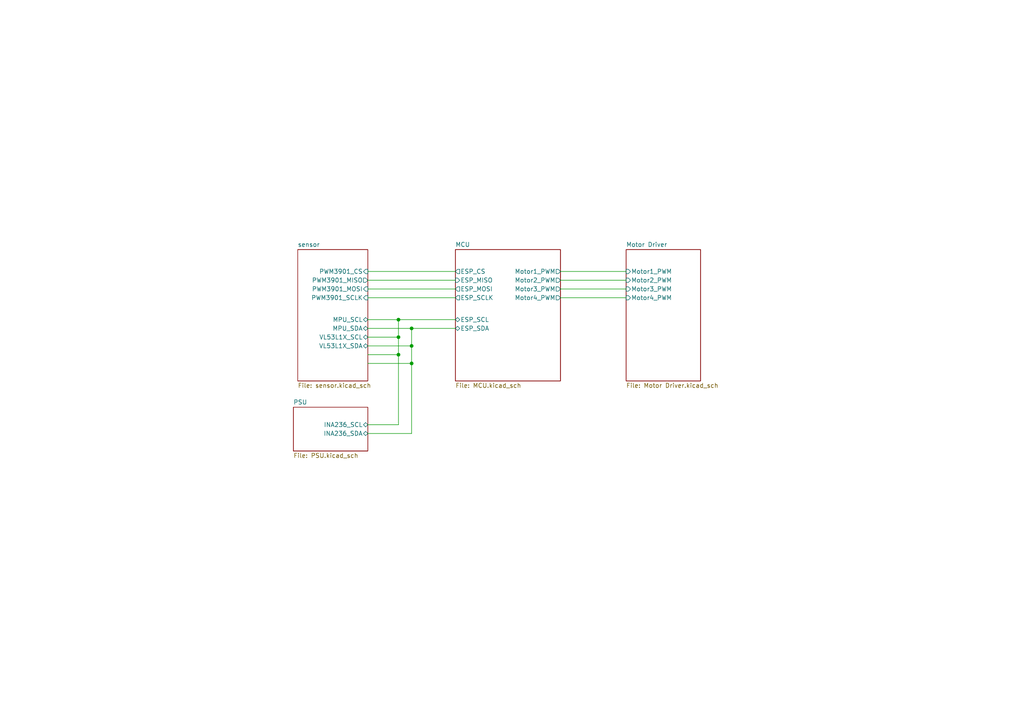
<source format=kicad_sch>
(kicad_sch
	(version 20250114)
	(generator "eeschema")
	(generator_version "9.0")
	(uuid "26327867-460c-43fd-8161-2610019aa08d")
	(paper "A4")
	(title_block
		(title "Main page")
		(comment 1 "Anawach A.")
	)
	(lib_symbols)
	(junction
		(at 115.57 97.79)
		(diameter 0)
		(color 0 0 0 0)
		(uuid "02281773-d250-4cfd-92ae-878830b5d8b1")
	)
	(junction
		(at 119.38 100.33)
		(diameter 0)
		(color 0 0 0 0)
		(uuid "5433a731-976d-4e3f-ae5d-701ee85625c1")
	)
	(junction
		(at 115.57 102.87)
		(diameter 0)
		(color 0 0 0 0)
		(uuid "a8a410c3-e735-4c42-a0ee-4fc475fa2e12")
	)
	(junction
		(at 119.38 95.25)
		(diameter 0)
		(color 0 0 0 0)
		(uuid "d29a73fe-b3c8-4819-bc00-b5eccdf775bd")
	)
	(junction
		(at 115.57 92.71)
		(diameter 0)
		(color 0 0 0 0)
		(uuid "e849e727-c759-43b9-926b-7c34469ebedd")
	)
	(junction
		(at 119.38 105.41)
		(diameter 0)
		(color 0 0 0 0)
		(uuid "fd044fe9-f206-4f95-afaa-498d691829b4")
	)
	(wire
		(pts
			(xy 115.57 123.19) (xy 115.57 102.87)
		)
		(stroke
			(width 0)
			(type default)
		)
		(uuid "4c463225-69d9-4c54-9815-12e3a60f0152")
	)
	(wire
		(pts
			(xy 106.68 123.19) (xy 115.57 123.19)
		)
		(stroke
			(width 0)
			(type default)
		)
		(uuid "53abe3b8-6a68-4204-807f-8e5f455d3b70")
	)
	(wire
		(pts
			(xy 106.68 92.71) (xy 115.57 92.71)
		)
		(stroke
			(width 0)
			(type default)
		)
		(uuid "56f82f76-a31c-488a-8b4a-01941e33ffb1")
	)
	(wire
		(pts
			(xy 162.56 78.74) (xy 181.61 78.74)
		)
		(stroke
			(width 0)
			(type default)
		)
		(uuid "5b3c5baf-a3ff-495e-972e-d10e64a13862")
	)
	(wire
		(pts
			(xy 115.57 92.71) (xy 132.08 92.71)
		)
		(stroke
			(width 0)
			(type default)
		)
		(uuid "66adcd59-8482-48b8-9166-057ae92f8c7d")
	)
	(wire
		(pts
			(xy 106.68 81.28) (xy 132.08 81.28)
		)
		(stroke
			(width 0)
			(type default)
		)
		(uuid "7203886e-fb13-46e3-8fec-9545a7040351")
	)
	(wire
		(pts
			(xy 106.68 105.41) (xy 119.38 105.41)
		)
		(stroke
			(width 0)
			(type default)
		)
		(uuid "7513c188-117e-4b7d-b764-7f3831d9bf77")
	)
	(wire
		(pts
			(xy 119.38 95.25) (xy 119.38 100.33)
		)
		(stroke
			(width 0)
			(type default)
		)
		(uuid "7c08cc5e-d70f-4965-a65b-9c44f6296f82")
	)
	(wire
		(pts
			(xy 115.57 97.79) (xy 115.57 92.71)
		)
		(stroke
			(width 0)
			(type default)
		)
		(uuid "82075dfb-5f5a-4475-b9a4-700b882c9b3c")
	)
	(wire
		(pts
			(xy 106.68 83.82) (xy 132.08 83.82)
		)
		(stroke
			(width 0)
			(type default)
		)
		(uuid "8c217ad3-c722-4039-a8bf-3819be3566dd")
	)
	(wire
		(pts
			(xy 115.57 102.87) (xy 115.57 97.79)
		)
		(stroke
			(width 0)
			(type default)
		)
		(uuid "a50aceb2-1f1e-4558-920b-96f944153546")
	)
	(wire
		(pts
			(xy 106.68 125.73) (xy 119.38 125.73)
		)
		(stroke
			(width 0)
			(type default)
		)
		(uuid "b316e191-0fd8-4ee3-9926-d55ba7967cc9")
	)
	(wire
		(pts
			(xy 106.68 78.74) (xy 132.08 78.74)
		)
		(stroke
			(width 0)
			(type default)
		)
		(uuid "b5c02682-52a8-448e-aa17-6fb488a1c5f5")
	)
	(wire
		(pts
			(xy 119.38 95.25) (xy 132.08 95.25)
		)
		(stroke
			(width 0)
			(type default)
		)
		(uuid "bc6c0f7c-6313-4e77-aa26-20e8693f2a34")
	)
	(wire
		(pts
			(xy 106.68 86.36) (xy 132.08 86.36)
		)
		(stroke
			(width 0)
			(type default)
		)
		(uuid "c0473e07-85fe-4a0c-9d49-3bc5503ba16a")
	)
	(wire
		(pts
			(xy 119.38 100.33) (xy 119.38 105.41)
		)
		(stroke
			(width 0)
			(type default)
		)
		(uuid "caabd4b4-df20-42c4-83bd-ddc141d44af2")
	)
	(wire
		(pts
			(xy 106.68 102.87) (xy 115.57 102.87)
		)
		(stroke
			(width 0)
			(type default)
		)
		(uuid "cbf273f7-28a1-41fc-a394-307dc1e2c5af")
	)
	(wire
		(pts
			(xy 162.56 86.36) (xy 181.61 86.36)
		)
		(stroke
			(width 0)
			(type default)
		)
		(uuid "ce5ef0d3-53f2-41af-b396-998cb802a104")
	)
	(wire
		(pts
			(xy 119.38 125.73) (xy 119.38 105.41)
		)
		(stroke
			(width 0)
			(type default)
		)
		(uuid "d8a97bae-0a3b-4e68-8a18-200253f81676")
	)
	(wire
		(pts
			(xy 162.56 81.28) (xy 181.61 81.28)
		)
		(stroke
			(width 0)
			(type default)
		)
		(uuid "df2fff38-76bb-4432-a8d9-4a6981fde891")
	)
	(wire
		(pts
			(xy 162.56 83.82) (xy 181.61 83.82)
		)
		(stroke
			(width 0)
			(type default)
		)
		(uuid "e57e6109-d09c-415e-86e5-b563ab9f0614")
	)
	(wire
		(pts
			(xy 106.68 100.33) (xy 119.38 100.33)
		)
		(stroke
			(width 0)
			(type default)
		)
		(uuid "e80c5b51-eb06-42d8-889b-044e34f4261a")
	)
	(wire
		(pts
			(xy 106.68 95.25) (xy 119.38 95.25)
		)
		(stroke
			(width 0)
			(type default)
		)
		(uuid "ebbc0f9b-cf1b-413c-951b-a30636655081")
	)
	(wire
		(pts
			(xy 106.68 97.79) (xy 115.57 97.79)
		)
		(stroke
			(width 0)
			(type default)
		)
		(uuid "f8782145-bcc4-48f6-bcad-5f563ad3d0a2")
	)
	(sheet
		(at 85.09 118.11)
		(size 21.59 12.7)
		(exclude_from_sim no)
		(in_bom yes)
		(on_board yes)
		(dnp no)
		(fields_autoplaced yes)
		(stroke
			(width 0.1524)
			(type solid)
		)
		(fill
			(color 0 0 0 0.0000)
		)
		(uuid "0ee961ee-28a5-435d-8f7d-51c598dffbc0")
		(property "Sheetname" "PSU"
			(at 85.09 117.3984 0)
			(effects
				(font
					(size 1.27 1.27)
				)
				(justify left bottom)
			)
		)
		(property "Sheetfile" "PSU.kicad_sch"
			(at 85.09 131.3946 0)
			(effects
				(font
					(size 1.27 1.27)
				)
				(justify left top)
			)
		)
		(pin "INA236_SCL" bidirectional
			(at 106.68 123.19 0)
			(uuid "84ec3b0c-59ec-457d-99b2-d74cc361af77")
			(effects
				(font
					(size 1.27 1.27)
				)
				(justify right)
			)
		)
		(pin "INA236_SDA" bidirectional
			(at 106.68 125.73 0)
			(uuid "00b7b1b4-58c7-40ea-ace5-b15c1224f94f")
			(effects
				(font
					(size 1.27 1.27)
				)
				(justify right)
			)
		)
		(instances
			(project "Mini_drone_PCB"
				(path "/26327867-460c-43fd-8161-2610019aa08d"
					(page "4")
				)
			)
		)
	)
	(sheet
		(at 181.61 72.39)
		(size 21.59 38.1)
		(exclude_from_sim no)
		(in_bom yes)
		(on_board yes)
		(dnp no)
		(fields_autoplaced yes)
		(stroke
			(width 0.1524)
			(type solid)
		)
		(fill
			(color 0 0 0 0.0000)
		)
		(uuid "39ab1f29-c3a7-4da4-8640-c680c11cfffc")
		(property "Sheetname" "Motor Driver"
			(at 181.61 71.6784 0)
			(effects
				(font
					(size 1.27 1.27)
				)
				(justify left bottom)
			)
		)
		(property "Sheetfile" "Motor Driver.kicad_sch"
			(at 181.61 111.0746 0)
			(effects
				(font
					(size 1.27 1.27)
				)
				(justify left top)
			)
		)
		(pin "Motor1_PWM" input
			(at 181.61 78.74 180)
			(uuid "7cbbf9a7-ca57-4de8-9087-2aa901cf1ec0")
			(effects
				(font
					(size 1.27 1.27)
				)
				(justify left)
			)
		)
		(pin "Motor2_PWM" input
			(at 181.61 81.28 180)
			(uuid "eb060a36-9b72-485c-9c37-b78a8676409d")
			(effects
				(font
					(size 1.27 1.27)
				)
				(justify left)
			)
		)
		(pin "Motor3_PWM" input
			(at 181.61 83.82 180)
			(uuid "bc4da9b7-309d-462c-82b6-bab4050113d4")
			(effects
				(font
					(size 1.27 1.27)
				)
				(justify left)
			)
		)
		(pin "Motor4_PWM" input
			(at 181.61 86.36 180)
			(uuid "32750275-c306-4534-9469-33a766eb9d80")
			(effects
				(font
					(size 1.27 1.27)
				)
				(justify left)
			)
		)
		(instances
			(project "Mini_drone_PCB"
				(path "/26327867-460c-43fd-8161-2610019aa08d"
					(page "5")
				)
			)
		)
	)
	(sheet
		(at 86.36 72.39)
		(size 20.32 38.1)
		(exclude_from_sim no)
		(in_bom yes)
		(on_board yes)
		(dnp no)
		(fields_autoplaced yes)
		(stroke
			(width 0.1524)
			(type solid)
		)
		(fill
			(color 0 0 0 0.0000)
		)
		(uuid "aeeca1ae-0b74-44b8-908d-f37883c2c39e")
		(property "Sheetname" "sensor"
			(at 86.36 71.6784 0)
			(effects
				(font
					(size 1.27 1.27)
				)
				(justify left bottom)
			)
		)
		(property "Sheetfile" "sensor.kicad_sch"
			(at 86.36 111.0746 0)
			(effects
				(font
					(size 1.27 1.27)
				)
				(justify left top)
			)
		)
		(pin "MPU_SCL" bidirectional
			(at 106.68 92.71 0)
			(uuid "d2bb67c0-6e4e-4d42-a62e-bf56b48358b9")
			(effects
				(font
					(size 1.27 1.27)
				)
				(justify right)
			)
		)
		(pin "MPU_SDA" bidirectional
			(at 106.68 95.25 0)
			(uuid "ceba9f4d-0b2c-4ab1-bad5-e28b226d578b")
			(effects
				(font
					(size 1.27 1.27)
				)
				(justify right)
			)
		)
		(pin "PWM3901_CS" input
			(at 106.68 78.74 0)
			(uuid "14804799-3fdd-467e-b4d2-3502ffcba360")
			(effects
				(font
					(size 1.27 1.27)
				)
				(justify right)
			)
		)
		(pin "PWM3901_MISO" output
			(at 106.68 81.28 0)
			(uuid "76706ba6-0a7e-4c22-bd47-aa08d33d6e11")
			(effects
				(font
					(size 1.27 1.27)
				)
				(justify right)
			)
		)
		(pin "PWM3901_MOSI" input
			(at 106.68 83.82 0)
			(uuid "9696a8b7-9ea1-46e6-9652-c1037372da4d")
			(effects
				(font
					(size 1.27 1.27)
				)
				(justify right)
			)
		)
		(pin "PWM3901_SCLK" input
			(at 106.68 86.36 0)
			(uuid "91969be7-17ed-4602-9f17-7115e833c0fb")
			(effects
				(font
					(size 1.27 1.27)
				)
				(justify right)
			)
		)
		(pin "VL53L1X_SCL" bidirectional
			(at 106.68 97.79 0)
			(uuid "f04224b3-92ea-4520-bc57-2fc4f5a85467")
			(effects
				(font
					(size 1.27 1.27)
				)
				(justify right)
			)
		)
		(pin "VL53L1X_SDA" bidirectional
			(at 106.68 100.33 0)
			(uuid "ea6cf63f-6eb0-455a-97aa-6e396d582078")
			(effects
				(font
					(size 1.27 1.27)
				)
				(justify right)
			)
		)
		(instances
			(project "Mini_drone_PCB"
				(path "/26327867-460c-43fd-8161-2610019aa08d"
					(page "3")
				)
			)
		)
	)
	(sheet
		(at 132.08 72.39)
		(size 30.48 38.1)
		(exclude_from_sim no)
		(in_bom yes)
		(on_board yes)
		(dnp no)
		(fields_autoplaced yes)
		(stroke
			(width 0.1524)
			(type solid)
		)
		(fill
			(color 0 0 0 0.0000)
		)
		(uuid "f734db89-bbc4-46d7-86fc-4d9459044668")
		(property "Sheetname" "MCU"
			(at 132.08 71.6784 0)
			(effects
				(font
					(size 1.27 1.27)
				)
				(justify left bottom)
			)
		)
		(property "Sheetfile" "MCU.kicad_sch"
			(at 132.08 111.0746 0)
			(effects
				(font
					(size 1.27 1.27)
				)
				(justify left top)
			)
		)
		(pin "ESP_SCL" bidirectional
			(at 132.08 92.71 180)
			(uuid "593dadcf-2586-42d9-b3af-c929c0880d40")
			(effects
				(font
					(size 1.27 1.27)
				)
				(justify left)
			)
		)
		(pin "ESP_SDA" bidirectional
			(at 132.08 95.25 180)
			(uuid "e483d72e-d797-43a5-aa03-3065490464fa")
			(effects
				(font
					(size 1.27 1.27)
				)
				(justify left)
			)
		)
		(pin "ESP_MOSI" output
			(at 132.08 83.82 180)
			(uuid "458b0eb2-4394-4b0b-9d0b-71f21c11a03b")
			(effects
				(font
					(size 1.27 1.27)
				)
				(justify left)
			)
		)
		(pin "ESP_SCLK" output
			(at 132.08 86.36 180)
			(uuid "42d42f4a-72c3-4f48-96b9-1713371cf245")
			(effects
				(font
					(size 1.27 1.27)
				)
				(justify left)
			)
		)
		(pin "ESP_CS" output
			(at 132.08 78.74 180)
			(uuid "27da43ad-fe6a-4860-bb48-473df91cb305")
			(effects
				(font
					(size 1.27 1.27)
				)
				(justify left)
			)
		)
		(pin "ESP_MISO" input
			(at 132.08 81.28 180)
			(uuid "ccc08634-d716-4782-8da9-340b5a3db95a")
			(effects
				(font
					(size 1.27 1.27)
				)
				(justify left)
			)
		)
		(pin "Motor1_PWM" output
			(at 162.56 78.74 0)
			(uuid "9a49105c-ade1-494c-a3b7-d544ca527b8b")
			(effects
				(font
					(size 1.27 1.27)
				)
				(justify right)
			)
		)
		(pin "Motor2_PWM" output
			(at 162.56 81.28 0)
			(uuid "3797e414-5d63-4a7e-9d7e-289182eac96a")
			(effects
				(font
					(size 1.27 1.27)
				)
				(justify right)
			)
		)
		(pin "Motor3_PWM" output
			(at 162.56 83.82 0)
			(uuid "c4d77230-f03e-44bb-aca0-edb5bf14084e")
			(effects
				(font
					(size 1.27 1.27)
				)
				(justify right)
			)
		)
		(pin "Motor4_PWM" output
			(at 162.56 86.36 0)
			(uuid "3fdb082b-9ad1-4379-bcdc-f4d58d22b1e7")
			(effects
				(font
					(size 1.27 1.27)
				)
				(justify right)
			)
		)
		(instances
			(project "Mini_drone_PCB"
				(path "/26327867-460c-43fd-8161-2610019aa08d"
					(page "2")
				)
			)
		)
	)
	(sheet_instances
		(path "/"
			(page "1")
		)
	)
	(embedded_fonts no)
)

</source>
